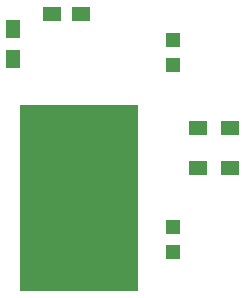
<source format=gbr>
G04 #@! TF.FileFunction,Paste,Bot*
%FSLAX46Y46*%
G04 Gerber Fmt 4.6, Leading zero omitted, Abs format (unit mm)*
G04 Created by KiCad (PCBNEW 4.0.5) date Thu Feb 16 15:21:35 2017*
%MOMM*%
%LPD*%
G01*
G04 APERTURE LIST*
%ADD10C,0.100000*%
%ADD11R,10.000000X15.750000*%
%ADD12R,1.500000X1.300000*%
%ADD13R,1.198880X1.198880*%
%ADD14R,1.250000X1.500000*%
%ADD15R,1.500000X1.250000*%
G04 APERTURE END LIST*
D10*
D11*
X132550000Y-81550000D03*
D12*
X145350000Y-75600000D03*
X142650000Y-75600000D03*
D13*
X140500000Y-70299020D03*
X140500000Y-68200980D03*
X140500000Y-84050980D03*
X140500000Y-86149020D03*
D12*
X145350000Y-79000000D03*
X142650000Y-79000000D03*
D14*
X127000000Y-69750000D03*
X127000000Y-67250000D03*
D15*
X132750000Y-66000000D03*
X130250000Y-66000000D03*
M02*

</source>
